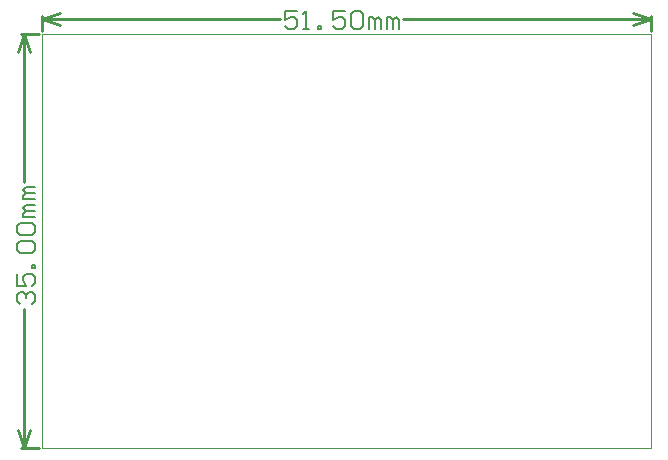
<source format=gm1>
%FSLAX25Y25*%
%MOIN*%
G70*
G01*
G75*
G04 Layer_Color=16711935*
%ADD10R,0.05200X0.06000*%
%ADD11R,0.10000X0.03600*%
%ADD12C,0.02800*%
%ADD13R,0.04000X0.02800*%
%ADD14R,0.05400X0.04000*%
%ADD15C,0.04000*%
%ADD16R,0.06000X0.09600*%
%ADD17R,0.09000X0.07000*%
%ADD18R,0.03400X0.02800*%
%ADD19O,0.06496X0.01181*%
%ADD20O,0.01181X0.06496*%
%ADD21R,0.02756X0.00394*%
%ADD22R,0.05512X0.03150*%
%ADD23R,0.01575X0.06400*%
%ADD24R,0.07000X0.04000*%
%ADD25C,0.02400*%
%ADD26C,0.01000*%
%ADD27C,0.00600*%
%ADD28C,0.01400*%
%ADD29C,0.02000*%
%ADD30C,0.01200*%
%ADD31C,0.01600*%
%ADD32C,0.03000*%
%ADD33R,0.05000X0.05000*%
%ADD34R,0.05000X0.05000*%
%ADD35C,0.13780*%
%ADD36C,0.02756*%
%ADD37O,0.04000X0.07000*%
%ADD38O,0.04000X0.05000*%
%ADD39C,0.02400*%
%ADD40C,0.00400*%
%ADD41R,0.07200X0.08600*%
%ADD42R,0.01000X0.05000*%
%ADD43R,0.05600X0.04800*%
%ADD44R,0.06200X0.02800*%
%ADD45R,0.08600X0.04800*%
%ADD46R,0.05600X0.06200*%
%ADD47R,0.03600X0.04400*%
%ADD48R,0.04400X0.03600*%
%ADD49R,0.02800X0.03400*%
G04:AMPARAMS|DCode=50|XSize=37.4mil|YSize=94.49mil|CornerRadius=9.35mil|HoleSize=0mil|Usage=FLASHONLY|Rotation=270.000|XOffset=0mil|YOffset=0mil|HoleType=Round|Shape=RoundedRectangle|*
%AMROUNDEDRECTD50*
21,1,0.03740,0.07579,0,0,270.0*
21,1,0.01870,0.09449,0,0,270.0*
1,1,0.01870,-0.03789,-0.00935*
1,1,0.01870,-0.03789,0.00935*
1,1,0.01870,0.03789,0.00935*
1,1,0.01870,0.03789,-0.00935*
%
%ADD50ROUNDEDRECTD50*%
G04:AMPARAMS|DCode=51|XSize=157.48mil|YSize=94.49mil|CornerRadius=23.62mil|HoleSize=0mil|Usage=FLASHONLY|Rotation=270.000|XOffset=0mil|YOffset=0mil|HoleType=Round|Shape=RoundedRectangle|*
%AMROUNDEDRECTD51*
21,1,0.15748,0.04724,0,0,270.0*
21,1,0.11024,0.09449,0,0,270.0*
1,1,0.04724,-0.02362,-0.05512*
1,1,0.04724,-0.02362,0.05512*
1,1,0.04724,0.02362,0.05512*
1,1,0.04724,0.02362,-0.05512*
%
%ADD51ROUNDEDRECTD51*%
%ADD52C,0.04500*%
%ADD53C,0.03800*%
%ADD54C,0.03000*%
%ADD55C,0.01900*%
%ADD56C,0.02362*%
%ADD57C,0.00800*%
%ADD58C,0.00787*%
%ADD59C,0.00022*%
%ADD60C,0.00500*%
%ADD61R,0.08500X0.02200*%
%ADD62R,0.03400X0.00600*%
%ADD63R,0.05400X0.06200*%
%ADD64R,0.10200X0.03800*%
%ADD65R,0.04200X0.03000*%
%ADD66R,0.05600X0.04200*%
%ADD67R,0.06200X0.09800*%
%ADD68R,0.03600X0.03000*%
%ADD69R,0.02956X0.00594*%
%ADD70R,0.05712X0.03350*%
%ADD71R,0.01775X0.06600*%
%ADD72R,0.07400X0.08800*%
%ADD73R,0.01200X0.05200*%
%ADD74R,0.05800X0.05000*%
%ADD75R,0.06400X0.03000*%
%ADD76R,0.08800X0.05000*%
%ADD77R,0.05800X0.06400*%
%ADD78R,0.03800X0.04600*%
%ADD79R,0.04600X0.03800*%
%ADD80R,0.03000X0.03600*%
%ADD81C,0.01500*%
%ADD82C,0.00044*%
%ADD83C,0.00563*%
%ADD84R,0.00600X0.02400*%
%ADD85R,0.02400X0.00600*%
%ADD86R,0.00600X0.03400*%
%ADD87R,0.01800X0.01402*%
%ADD88R,0.01400X0.01402*%
%ADD89R,0.01539X0.01261*%
G04:AMPARAMS|DCode=90|XSize=87.74mil|YSize=14mil|CornerRadius=0mil|HoleSize=0mil|Usage=FLASHONLY|Rotation=290.000|XOffset=0mil|YOffset=0mil|HoleType=Round|Shape=Rectangle|*
%AMROTATEDRECTD90*
4,1,4,-0.02158,0.03883,-0.00843,0.04362,0.02158,-0.03883,0.00843,-0.04362,-0.02158,0.03883,0.0*
%
%ADD90ROTATEDRECTD90*%

G04:AMPARAMS|DCode=91|XSize=47.59mil|YSize=12.42mil|CornerRadius=0mil|HoleSize=0mil|Usage=FLASHONLY|Rotation=250.000|XOffset=0mil|YOffset=0mil|HoleType=Round|Shape=Rectangle|*
%AMROTATEDRECTD91*
4,1,4,0.00230,0.02448,0.01397,0.02023,-0.00230,-0.02448,-0.01397,-0.02023,0.00230,0.02448,0.0*
%
%ADD91ROTATEDRECTD91*%

%ADD92R,0.06400X0.01400*%
%ADD93R,0.01400X0.13900*%
%ADD94R,0.09400X0.01400*%
%ADD95R,0.07900X0.01400*%
%ADD96R,0.12400X0.01400*%
G04:AMPARAMS|DCode=97|XSize=108mil|YSize=14mil|CornerRadius=0mil|HoleSize=0mil|Usage=FLASHONLY|Rotation=240.000|XOffset=0mil|YOffset=0mil|HoleType=Round|Shape=Rectangle|*
%AMROTATEDRECTD97*
4,1,4,0.02094,0.05027,0.03306,0.04327,-0.02094,-0.05027,-0.03306,-0.04327,0.02094,0.05027,0.0*
%
%ADD97ROTATEDRECTD97*%

G04:AMPARAMS|DCode=98|XSize=47.24mil|YSize=14mil|CornerRadius=0mil|HoleSize=0mil|Usage=FLASHONLY|Rotation=290.000|XOffset=0mil|YOffset=0mil|HoleType=Round|Shape=Rectangle|*
%AMROTATEDRECTD98*
4,1,4,-0.01466,0.01980,-0.00150,0.02459,0.01466,-0.01980,0.00150,-0.02459,-0.01466,0.01980,0.0*
%
%ADD98ROTATEDRECTD98*%

%ADD99R,0.01000X0.13900*%
G04:AMPARAMS|DCode=100|XSize=10mil|YSize=64.85mil|CornerRadius=0mil|HoleSize=0mil|Usage=FLASHONLY|Rotation=200.000|XOffset=0mil|YOffset=0mil|HoleType=Round|Shape=Rectangle|*
%AMROTATEDRECTD100*
4,1,4,-0.00639,0.03218,0.01579,-0.02876,0.00639,-0.03218,-0.01579,0.02876,-0.00639,0.03218,0.0*
%
%ADD100ROTATEDRECTD100*%

%ADD101R,0.01400X0.13900*%
%ADD102R,0.01212X0.00700*%
G04:AMPARAMS|DCode=103|XSize=0mil|YSize=14mil|CornerRadius=0mil|HoleSize=0mil|Usage=FLASHONLY|Rotation=60.000|XOffset=0mil|YOffset=0mil|HoleType=Round|Shape=Rectangle|*
%AMROTATEDRECTD103*
4,1,4,0.00606,-0.00350,-0.00606,0.00350,-0.00606,0.00350,0.00606,-0.00350,0.00606,-0.00350,0.0*
%
%ADD103ROTATEDRECTD103*%

%ADD104C,0.00000*%
D26*
X-7122Y0D02*
X-1000D01*
X-7122Y137795D02*
X-1000D01*
X-6122Y0D02*
Y46204D01*
Y88391D02*
Y137795D01*
Y0D02*
X-4122Y6000D01*
X-8122D02*
X-6122Y0D01*
X-8122Y131795D02*
X-6122Y137795D01*
X-4122Y131795D01*
X0Y138795D02*
Y143998D01*
X202756Y138795D02*
Y143998D01*
X0Y142998D02*
X79184D01*
X120372D02*
X202756D01*
X0D02*
X6000Y140998D01*
X0Y142998D02*
X6000Y144998D01*
X196756D02*
X202756Y142998D01*
X196756Y140998D02*
X202756Y142998D01*
D27*
X-7521Y47804D02*
X-8521Y48804D01*
Y50803D01*
X-7521Y51803D01*
X-6522D01*
X-5522Y50803D01*
Y49803D01*
Y50803D01*
X-4522Y51803D01*
X-3523D01*
X-2523Y50803D01*
Y48804D01*
X-3523Y47804D01*
X-8521Y57801D02*
Y53802D01*
X-5522D01*
X-6522Y55801D01*
Y56801D01*
X-5522Y57801D01*
X-3523D01*
X-2523Y56801D01*
Y54802D01*
X-3523Y53802D01*
X-2523Y59800D02*
X-3523D01*
Y60800D01*
X-2523D01*
Y59800D01*
X-7521Y64798D02*
X-8521Y65798D01*
Y67797D01*
X-7521Y68797D01*
X-3523D01*
X-2523Y67797D01*
Y65798D01*
X-3523Y64798D01*
X-7521D01*
Y70797D02*
X-8521Y71796D01*
Y73795D01*
X-7521Y74795D01*
X-3523D01*
X-2523Y73795D01*
Y71796D01*
X-3523Y70797D01*
X-7521D01*
X-2523Y76795D02*
X-6522D01*
Y77794D01*
X-5522Y78794D01*
X-2523D01*
X-5522D01*
X-6522Y79794D01*
X-5522Y80793D01*
X-2523D01*
Y82793D02*
X-6522D01*
Y83792D01*
X-5522Y84792D01*
X-2523D01*
X-5522D01*
X-6522Y85792D01*
X-5522Y86791D01*
X-2523D01*
X84783Y145397D02*
X80784D01*
Y142398D01*
X82784Y143397D01*
X83783D01*
X84783Y142398D01*
Y140398D01*
X83783Y139399D01*
X81784D01*
X80784Y140398D01*
X86782Y139399D02*
X88781D01*
X87782D01*
Y145397D01*
X86782Y144397D01*
X91781Y139399D02*
Y140398D01*
X92780D01*
Y139399D01*
X91781D01*
X100778Y145397D02*
X96779D01*
Y142398D01*
X98778Y143397D01*
X99778D01*
X100778Y142398D01*
Y140398D01*
X99778Y139399D01*
X97779D01*
X96779Y140398D01*
X102777Y144397D02*
X103777Y145397D01*
X105776D01*
X106776Y144397D01*
Y140398D01*
X105776Y139399D01*
X103777D01*
X102777Y140398D01*
Y144397D01*
X108775Y139399D02*
Y143397D01*
X109775D01*
X110774Y142398D01*
Y139399D01*
Y142398D01*
X111774Y143397D01*
X112774Y142398D01*
Y139399D01*
X114773D02*
Y143397D01*
X115773D01*
X116772Y142398D01*
Y139399D01*
Y142398D01*
X117772Y143397D01*
X118772Y142398D01*
Y139399D01*
D104*
X0Y0D02*
Y137795D01*
X202756D01*
Y0D02*
Y137795D01*
X0Y0D02*
X202756D01*
M02*

</source>
